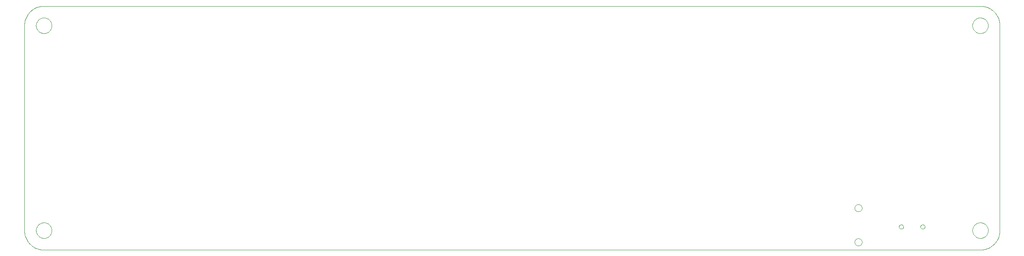
<source format=gbp>
G75*
G70*
%OFA0B0*%
%FSLAX24Y24*%
%IPPOS*%
%LPD*%
%AMOC8*
5,1,8,0,0,1.08239X$1,22.5*
%
%ADD10C,0.0000*%
D10*
X001725Y000937D02*
X077315Y000937D01*
X076685Y002512D02*
X076687Y002562D01*
X076693Y002612D01*
X076703Y002661D01*
X076717Y002709D01*
X076734Y002756D01*
X076755Y002801D01*
X076780Y002845D01*
X076808Y002886D01*
X076840Y002925D01*
X076874Y002962D01*
X076911Y002996D01*
X076951Y003026D01*
X076993Y003053D01*
X077037Y003077D01*
X077083Y003098D01*
X077130Y003114D01*
X077178Y003127D01*
X077228Y003136D01*
X077277Y003141D01*
X077328Y003142D01*
X077378Y003139D01*
X077427Y003132D01*
X077476Y003121D01*
X077524Y003106D01*
X077570Y003088D01*
X077615Y003066D01*
X077658Y003040D01*
X077699Y003011D01*
X077738Y002979D01*
X077774Y002944D01*
X077806Y002906D01*
X077836Y002866D01*
X077863Y002823D01*
X077886Y002779D01*
X077905Y002733D01*
X077921Y002685D01*
X077933Y002636D01*
X077941Y002587D01*
X077945Y002537D01*
X077945Y002487D01*
X077941Y002437D01*
X077933Y002388D01*
X077921Y002339D01*
X077905Y002291D01*
X077886Y002245D01*
X077863Y002201D01*
X077836Y002158D01*
X077806Y002118D01*
X077774Y002080D01*
X077738Y002045D01*
X077699Y002013D01*
X077658Y001984D01*
X077615Y001958D01*
X077570Y001936D01*
X077524Y001918D01*
X077476Y001903D01*
X077427Y001892D01*
X077378Y001885D01*
X077328Y001882D01*
X077277Y001883D01*
X077228Y001888D01*
X077178Y001897D01*
X077130Y001910D01*
X077083Y001926D01*
X077037Y001947D01*
X076993Y001971D01*
X076951Y001998D01*
X076911Y002028D01*
X076874Y002062D01*
X076840Y002099D01*
X076808Y002138D01*
X076780Y002179D01*
X076755Y002223D01*
X076734Y002268D01*
X076717Y002315D01*
X076703Y002363D01*
X076693Y002412D01*
X076687Y002462D01*
X076685Y002512D01*
X077315Y000937D02*
X077392Y000939D01*
X077469Y000945D01*
X077546Y000954D01*
X077622Y000967D01*
X077698Y000984D01*
X077772Y001005D01*
X077846Y001029D01*
X077918Y001057D01*
X077988Y001088D01*
X078057Y001123D01*
X078125Y001161D01*
X078190Y001202D01*
X078253Y001247D01*
X078314Y001295D01*
X078373Y001345D01*
X078429Y001398D01*
X078482Y001454D01*
X078532Y001513D01*
X078580Y001574D01*
X078625Y001637D01*
X078666Y001702D01*
X078704Y001770D01*
X078739Y001839D01*
X078770Y001909D01*
X078798Y001981D01*
X078822Y002055D01*
X078843Y002129D01*
X078860Y002205D01*
X078873Y002281D01*
X078882Y002358D01*
X078888Y002435D01*
X078890Y002512D01*
X078890Y019048D01*
X076685Y019048D02*
X076687Y019098D01*
X076693Y019148D01*
X076703Y019197D01*
X076717Y019245D01*
X076734Y019292D01*
X076755Y019337D01*
X076780Y019381D01*
X076808Y019422D01*
X076840Y019461D01*
X076874Y019498D01*
X076911Y019532D01*
X076951Y019562D01*
X076993Y019589D01*
X077037Y019613D01*
X077083Y019634D01*
X077130Y019650D01*
X077178Y019663D01*
X077228Y019672D01*
X077277Y019677D01*
X077328Y019678D01*
X077378Y019675D01*
X077427Y019668D01*
X077476Y019657D01*
X077524Y019642D01*
X077570Y019624D01*
X077615Y019602D01*
X077658Y019576D01*
X077699Y019547D01*
X077738Y019515D01*
X077774Y019480D01*
X077806Y019442D01*
X077836Y019402D01*
X077863Y019359D01*
X077886Y019315D01*
X077905Y019269D01*
X077921Y019221D01*
X077933Y019172D01*
X077941Y019123D01*
X077945Y019073D01*
X077945Y019023D01*
X077941Y018973D01*
X077933Y018924D01*
X077921Y018875D01*
X077905Y018827D01*
X077886Y018781D01*
X077863Y018737D01*
X077836Y018694D01*
X077806Y018654D01*
X077774Y018616D01*
X077738Y018581D01*
X077699Y018549D01*
X077658Y018520D01*
X077615Y018494D01*
X077570Y018472D01*
X077524Y018454D01*
X077476Y018439D01*
X077427Y018428D01*
X077378Y018421D01*
X077328Y018418D01*
X077277Y018419D01*
X077228Y018424D01*
X077178Y018433D01*
X077130Y018446D01*
X077083Y018462D01*
X077037Y018483D01*
X076993Y018507D01*
X076951Y018534D01*
X076911Y018564D01*
X076874Y018598D01*
X076840Y018635D01*
X076808Y018674D01*
X076780Y018715D01*
X076755Y018759D01*
X076734Y018804D01*
X076717Y018851D01*
X076703Y018899D01*
X076693Y018948D01*
X076687Y018998D01*
X076685Y019048D01*
X077315Y020623D02*
X077392Y020621D01*
X077469Y020615D01*
X077546Y020606D01*
X077622Y020593D01*
X077698Y020576D01*
X077772Y020555D01*
X077846Y020531D01*
X077918Y020503D01*
X077988Y020472D01*
X078057Y020437D01*
X078125Y020399D01*
X078190Y020358D01*
X078253Y020313D01*
X078314Y020265D01*
X078373Y020215D01*
X078429Y020162D01*
X078482Y020106D01*
X078532Y020047D01*
X078580Y019986D01*
X078625Y019923D01*
X078666Y019858D01*
X078704Y019790D01*
X078739Y019721D01*
X078770Y019651D01*
X078798Y019579D01*
X078822Y019505D01*
X078843Y019431D01*
X078860Y019355D01*
X078873Y019279D01*
X078882Y019202D01*
X078888Y019125D01*
X078890Y019048D01*
X077315Y020622D02*
X001725Y020622D01*
X001095Y019048D02*
X001097Y019098D01*
X001103Y019148D01*
X001113Y019197D01*
X001127Y019245D01*
X001144Y019292D01*
X001165Y019337D01*
X001190Y019381D01*
X001218Y019422D01*
X001250Y019461D01*
X001284Y019498D01*
X001321Y019532D01*
X001361Y019562D01*
X001403Y019589D01*
X001447Y019613D01*
X001493Y019634D01*
X001540Y019650D01*
X001588Y019663D01*
X001638Y019672D01*
X001687Y019677D01*
X001738Y019678D01*
X001788Y019675D01*
X001837Y019668D01*
X001886Y019657D01*
X001934Y019642D01*
X001980Y019624D01*
X002025Y019602D01*
X002068Y019576D01*
X002109Y019547D01*
X002148Y019515D01*
X002184Y019480D01*
X002216Y019442D01*
X002246Y019402D01*
X002273Y019359D01*
X002296Y019315D01*
X002315Y019269D01*
X002331Y019221D01*
X002343Y019172D01*
X002351Y019123D01*
X002355Y019073D01*
X002355Y019023D01*
X002351Y018973D01*
X002343Y018924D01*
X002331Y018875D01*
X002315Y018827D01*
X002296Y018781D01*
X002273Y018737D01*
X002246Y018694D01*
X002216Y018654D01*
X002184Y018616D01*
X002148Y018581D01*
X002109Y018549D01*
X002068Y018520D01*
X002025Y018494D01*
X001980Y018472D01*
X001934Y018454D01*
X001886Y018439D01*
X001837Y018428D01*
X001788Y018421D01*
X001738Y018418D01*
X001687Y018419D01*
X001638Y018424D01*
X001588Y018433D01*
X001540Y018446D01*
X001493Y018462D01*
X001447Y018483D01*
X001403Y018507D01*
X001361Y018534D01*
X001321Y018564D01*
X001284Y018598D01*
X001250Y018635D01*
X001218Y018674D01*
X001190Y018715D01*
X001165Y018759D01*
X001144Y018804D01*
X001127Y018851D01*
X001113Y018899D01*
X001103Y018948D01*
X001097Y018998D01*
X001095Y019048D01*
X000150Y019048D02*
X000152Y019125D01*
X000158Y019202D01*
X000167Y019279D01*
X000180Y019355D01*
X000197Y019431D01*
X000218Y019505D01*
X000242Y019579D01*
X000270Y019651D01*
X000301Y019721D01*
X000336Y019790D01*
X000374Y019858D01*
X000415Y019923D01*
X000460Y019986D01*
X000508Y020047D01*
X000558Y020106D01*
X000611Y020162D01*
X000667Y020215D01*
X000726Y020265D01*
X000787Y020313D01*
X000850Y020358D01*
X000915Y020399D01*
X000983Y020437D01*
X001052Y020472D01*
X001122Y020503D01*
X001194Y020531D01*
X001268Y020555D01*
X001342Y020576D01*
X001418Y020593D01*
X001494Y020606D01*
X001571Y020615D01*
X001648Y020621D01*
X001725Y020623D01*
X000150Y019048D02*
X000150Y002512D01*
X001095Y002512D02*
X001097Y002562D01*
X001103Y002612D01*
X001113Y002661D01*
X001127Y002709D01*
X001144Y002756D01*
X001165Y002801D01*
X001190Y002845D01*
X001218Y002886D01*
X001250Y002925D01*
X001284Y002962D01*
X001321Y002996D01*
X001361Y003026D01*
X001403Y003053D01*
X001447Y003077D01*
X001493Y003098D01*
X001540Y003114D01*
X001588Y003127D01*
X001638Y003136D01*
X001687Y003141D01*
X001738Y003142D01*
X001788Y003139D01*
X001837Y003132D01*
X001886Y003121D01*
X001934Y003106D01*
X001980Y003088D01*
X002025Y003066D01*
X002068Y003040D01*
X002109Y003011D01*
X002148Y002979D01*
X002184Y002944D01*
X002216Y002906D01*
X002246Y002866D01*
X002273Y002823D01*
X002296Y002779D01*
X002315Y002733D01*
X002331Y002685D01*
X002343Y002636D01*
X002351Y002587D01*
X002355Y002537D01*
X002355Y002487D01*
X002351Y002437D01*
X002343Y002388D01*
X002331Y002339D01*
X002315Y002291D01*
X002296Y002245D01*
X002273Y002201D01*
X002246Y002158D01*
X002216Y002118D01*
X002184Y002080D01*
X002148Y002045D01*
X002109Y002013D01*
X002068Y001984D01*
X002025Y001958D01*
X001980Y001936D01*
X001934Y001918D01*
X001886Y001903D01*
X001837Y001892D01*
X001788Y001885D01*
X001738Y001882D01*
X001687Y001883D01*
X001638Y001888D01*
X001588Y001897D01*
X001540Y001910D01*
X001493Y001926D01*
X001447Y001947D01*
X001403Y001971D01*
X001361Y001998D01*
X001321Y002028D01*
X001284Y002062D01*
X001250Y002099D01*
X001218Y002138D01*
X001190Y002179D01*
X001165Y002223D01*
X001144Y002268D01*
X001127Y002315D01*
X001113Y002363D01*
X001103Y002412D01*
X001097Y002462D01*
X001095Y002512D01*
X000150Y002512D02*
X000152Y002435D01*
X000158Y002358D01*
X000167Y002281D01*
X000180Y002205D01*
X000197Y002129D01*
X000218Y002055D01*
X000242Y001981D01*
X000270Y001909D01*
X000301Y001839D01*
X000336Y001770D01*
X000374Y001702D01*
X000415Y001637D01*
X000460Y001574D01*
X000508Y001513D01*
X000558Y001454D01*
X000611Y001398D01*
X000667Y001345D01*
X000726Y001295D01*
X000787Y001247D01*
X000850Y001202D01*
X000915Y001161D01*
X000983Y001123D01*
X001052Y001088D01*
X001122Y001057D01*
X001194Y001029D01*
X001268Y001005D01*
X001342Y000984D01*
X001418Y000967D01*
X001494Y000954D01*
X001571Y000945D01*
X001648Y000939D01*
X001725Y000937D01*
X067178Y001567D02*
X067180Y001601D01*
X067186Y001635D01*
X067196Y001668D01*
X067209Y001699D01*
X067227Y001729D01*
X067247Y001757D01*
X067271Y001782D01*
X067297Y001804D01*
X067325Y001822D01*
X067356Y001838D01*
X067388Y001850D01*
X067422Y001858D01*
X067456Y001862D01*
X067490Y001862D01*
X067524Y001858D01*
X067558Y001850D01*
X067590Y001838D01*
X067620Y001822D01*
X067649Y001804D01*
X067675Y001782D01*
X067699Y001757D01*
X067719Y001729D01*
X067737Y001699D01*
X067750Y001668D01*
X067760Y001635D01*
X067766Y001601D01*
X067768Y001567D01*
X067766Y001533D01*
X067760Y001499D01*
X067750Y001466D01*
X067737Y001435D01*
X067719Y001405D01*
X067699Y001377D01*
X067675Y001352D01*
X067649Y001330D01*
X067621Y001312D01*
X067590Y001296D01*
X067558Y001284D01*
X067524Y001276D01*
X067490Y001272D01*
X067456Y001272D01*
X067422Y001276D01*
X067388Y001284D01*
X067356Y001296D01*
X067325Y001312D01*
X067297Y001330D01*
X067271Y001352D01*
X067247Y001377D01*
X067227Y001405D01*
X067209Y001435D01*
X067196Y001466D01*
X067186Y001499D01*
X067180Y001533D01*
X067178Y001567D01*
X070760Y002807D02*
X070762Y002833D01*
X070768Y002859D01*
X070778Y002884D01*
X070791Y002907D01*
X070807Y002927D01*
X070827Y002945D01*
X070849Y002960D01*
X070872Y002972D01*
X070898Y002980D01*
X070924Y002984D01*
X070950Y002984D01*
X070976Y002980D01*
X071002Y002972D01*
X071026Y002960D01*
X071047Y002945D01*
X071067Y002927D01*
X071083Y002907D01*
X071096Y002884D01*
X071106Y002859D01*
X071112Y002833D01*
X071114Y002807D01*
X071112Y002781D01*
X071106Y002755D01*
X071096Y002730D01*
X071083Y002707D01*
X071067Y002687D01*
X071047Y002669D01*
X071025Y002654D01*
X071002Y002642D01*
X070976Y002634D01*
X070950Y002630D01*
X070924Y002630D01*
X070898Y002634D01*
X070872Y002642D01*
X070848Y002654D01*
X070827Y002669D01*
X070807Y002687D01*
X070791Y002707D01*
X070778Y002730D01*
X070768Y002755D01*
X070762Y002781D01*
X070760Y002807D01*
X072493Y002807D02*
X072495Y002833D01*
X072501Y002859D01*
X072511Y002884D01*
X072524Y002907D01*
X072540Y002927D01*
X072560Y002945D01*
X072582Y002960D01*
X072605Y002972D01*
X072631Y002980D01*
X072657Y002984D01*
X072683Y002984D01*
X072709Y002980D01*
X072735Y002972D01*
X072759Y002960D01*
X072780Y002945D01*
X072800Y002927D01*
X072816Y002907D01*
X072829Y002884D01*
X072839Y002859D01*
X072845Y002833D01*
X072847Y002807D01*
X072845Y002781D01*
X072839Y002755D01*
X072829Y002730D01*
X072816Y002707D01*
X072800Y002687D01*
X072780Y002669D01*
X072758Y002654D01*
X072735Y002642D01*
X072709Y002634D01*
X072683Y002630D01*
X072657Y002630D01*
X072631Y002634D01*
X072605Y002642D01*
X072581Y002654D01*
X072560Y002669D01*
X072540Y002687D01*
X072524Y002707D01*
X072511Y002730D01*
X072501Y002755D01*
X072495Y002781D01*
X072493Y002807D01*
X067178Y004323D02*
X067180Y004357D01*
X067186Y004391D01*
X067196Y004424D01*
X067209Y004455D01*
X067227Y004485D01*
X067247Y004513D01*
X067271Y004538D01*
X067297Y004560D01*
X067325Y004578D01*
X067356Y004594D01*
X067388Y004606D01*
X067422Y004614D01*
X067456Y004618D01*
X067490Y004618D01*
X067524Y004614D01*
X067558Y004606D01*
X067590Y004594D01*
X067620Y004578D01*
X067649Y004560D01*
X067675Y004538D01*
X067699Y004513D01*
X067719Y004485D01*
X067737Y004455D01*
X067750Y004424D01*
X067760Y004391D01*
X067766Y004357D01*
X067768Y004323D01*
X067766Y004289D01*
X067760Y004255D01*
X067750Y004222D01*
X067737Y004191D01*
X067719Y004161D01*
X067699Y004133D01*
X067675Y004108D01*
X067649Y004086D01*
X067621Y004068D01*
X067590Y004052D01*
X067558Y004040D01*
X067524Y004032D01*
X067490Y004028D01*
X067456Y004028D01*
X067422Y004032D01*
X067388Y004040D01*
X067356Y004052D01*
X067325Y004068D01*
X067297Y004086D01*
X067271Y004108D01*
X067247Y004133D01*
X067227Y004161D01*
X067209Y004191D01*
X067196Y004222D01*
X067186Y004255D01*
X067180Y004289D01*
X067178Y004323D01*
M02*

</source>
